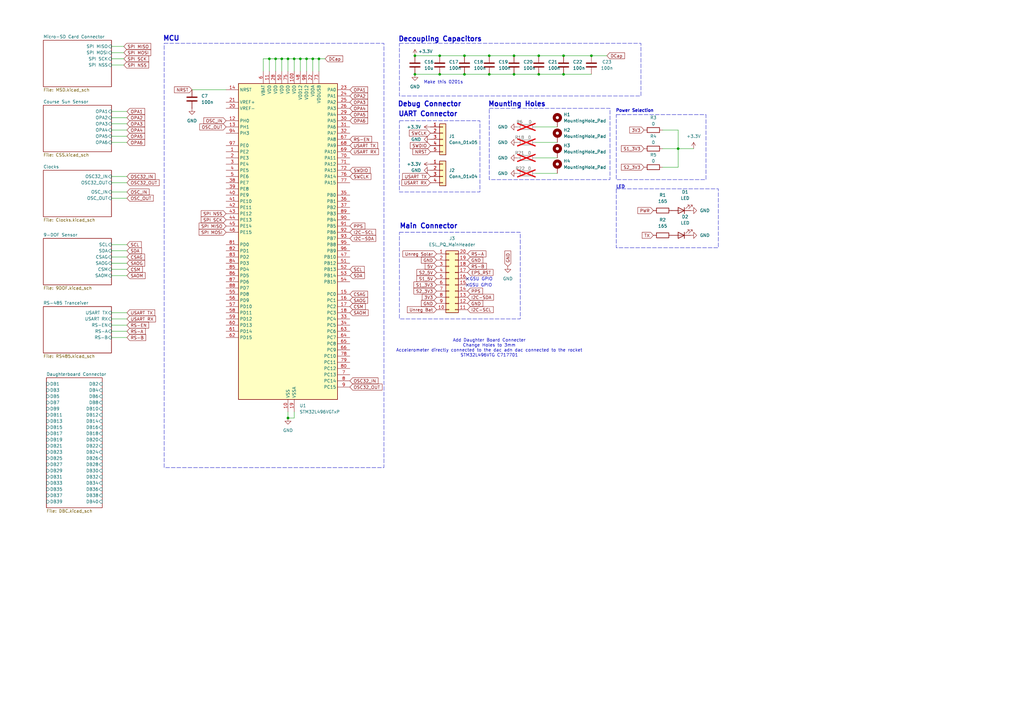
<source format=kicad_sch>
(kicad_sch (version 20231120) (generator "eeschema") (generator_version "8.0")
  (paper "A3")
  (title_block (title "ADCS OBC") (date "2024-04-18") (rev "V1") (comment 1 "22619291") (comment 2 "DP Theron"))
  (lib_symbols
    (symbol "+3.3V_1" (power) (pin_numbers hide) (pin_names (offset 0) hide)
      (property "Value" "+3.3V" (at 0 3.556 0))
      (symbol "+3.3V_1_0_1"
        (polyline (pts (xy -0.762 1.27) (xy 0 2.54)))
        (polyline (pts (xy 0 0) (xy 0 2.54)))
        (polyline (pts (xy 0 2.54) (xy 0.762 1.27)))
      )
      (symbol "+3.3V_1_1_1"
        (pin power_in line (at 0 0 90) (length 0) (name "~") (number "1"))
      )
    )
    (symbol "Connector_Generic:Conn_01x04" (pin_names (offset 1.016) hide)
      (property "Reference" "J" (at 0 5.08 0))
      (property "Value" "Conn_01x04" (at 0 -7.62 0))
      (symbol "Conn_01x04_1_1"
        (rectangle (start -1.27 -4.953) (end 0 -5.207) (stroke (width 0.1524)))
        (rectangle (start -1.27 -2.413) (end 0 -2.667) (stroke (width 0.1524)))
        (rectangle (start -1.27 0.127) (end 0 -0.127) (stroke (width 0.1524)))
        (rectangle (start -1.27 2.667) (end 0 2.413) (stroke (width 0.1524)))
        (rectangle (start -1.27 3.81) (end 1.27 -6.35) (stroke (width 0.254)) (fill (type background)))
        (pin passive line (at -5.08 2.54 0) (length 3.81) (name "Pin_1") (number "1"))
        (pin passive line (at -5.08 0 0) (length 3.81) (name "Pin_2") (number "2"))
        (pin passive line (at -5.08 -2.54 0) (length 3.81) (name "Pin_3") (number "3"))
        (pin passive line (at -5.08 -5.08 0) (length 3.81) (name "Pin_4") (number "4"))
      )
    )
    (symbol "Connector_Generic:Conn_01x05" (pin_names (offset 1.016) hide)
      (property "Reference" "J" (at 0 7.62 0))
      (property "Value" "Conn_01x05" (at 0 -7.62 0))
      (symbol "Conn_01x05_1_1"
        (rectangle (start -1.27 -4.953) (end 0 -5.207) (stroke (width 0.1524)))
        (rectangle (start -1.27 -2.413) (end 0 -2.667) (stroke (width 0.1524)))
        (rectangle (start -1.27 0.127) (end 0 -0.127) (stroke (width 0.1524)))
        (rectangle (start -1.27 2.667) (end 0 2.413) (stroke (width 0.1524)))
        (rectangle (start -1.27 5.207) (end 0 4.953) (stroke (width 0.1524)))
        (rectangle (start -1.27 6.35) (end 1.27 -6.35) (stroke (width 0.254)) (fill (type background)))
        (pin passive line (at -5.08 5.08 0) (length 3.81) (name "Pin_1") (number "1"))
        (pin passive line (at -5.08 2.54 0) (length 3.81) (name "Pin_2") (number "2"))
        (pin passive line (at -5.08 0 0) (length 3.81) (name "Pin_3") (number "3"))
        (pin passive line (at -5.08 -2.54 0) (length 3.81) (name "Pin_4") (number "4"))
        (pin passive line (at -5.08 -5.08 0) (length 3.81) (name "Pin_5") (number "5"))
      )
    )
    (symbol "Device:C" (pin_numbers hide) (pin_names (offset 0.254))
      (property "Reference" "C" (at 0.635 2.54 0))
      (property "Value" "C" (at 0.635 -2.54 0))
      (symbol "C_0_1"
        (polyline (pts (xy -2.032 -0.762) (xy 2.032 -0.762)) (stroke (width 0.508)))
        (polyline (pts (xy -2.032 0.762) (xy 2.032 0.762)) (stroke (width 0.508)))
      )
      (symbol "C_1_1"
        (pin passive line (at 0 3.81 270) (length 2.794) (name "~") (number "1"))
        (pin passive line (at 0 -3.81 90) (length 2.794) (name "~") (number "2"))
      )
    )
    (symbol "Device:LED" (pin_numbers hide) (pin_names (offset 1.016) hide)
      (property "Reference" "D" (at 0 2.54 0))
      (property "Value" "LED" (at 0 -2.54 0))
      (symbol "LED_0_1"
        (polyline (pts (xy -1.27 -1.27) (xy -1.27 1.27)) (stroke (width 0.254)))
        (polyline (pts (xy -1.27 0) (xy 1.27 0)))
        (polyline (pts (xy 1.27 -1.27) (xy 1.27 1.27) (xy -1.27 0) (xy 1.27 -1.27)) (stroke (width 0.254)))
        (polyline (pts (xy -3.048 -0.762) (xy -4.572 -2.286) (xy -3.81 -2.286) (xy -4.572 -2.286) (xy -4.572 -1.524)))
        (polyline (pts (xy -1.778 -0.762) (xy -3.302 -2.286) (xy -2.54 -2.286) (xy -3.302 -2.286) (xy -3.302 -1.524)))
      )
      (symbol "LED_1_1"
        (pin passive line (at -3.81 0 0) (length 2.54) (name "K") (number "1"))
        (pin passive line (at 3.81 0 180) (length 2.54) (name "A") (number "2"))
      )
    )
    (symbol "Device:R" (pin_numbers hide) (pin_names (offset 0))
      (property "Reference" "R" (at 2.032 0 90))
      (property "Value" "R" (at 0 0 90))
      (symbol "R_0_1"
        (rectangle (start -1.016 -2.54) (end 1.016 2.54) (stroke (width 0.254)))
      )
      (symbol "R_1_1"
        (pin passive line (at 0 3.81 270) (length 1.27) (name "~") (number "1"))
        (pin passive line (at 0 -3.81 90) (length 1.27) (name "~") (number "2"))
      )
    )
    (symbol "ESL_PQ:Conn_02x10_Counter_Clockwise" (pin_names (offset 1.016) hide)
      (property "Reference" "J" (at 1.27 12.7 0))
      (property "Value" "Conn_02x10_Counter_Clockwise" (at 1.27 -15.24 0))
      (symbol "Conn_02x10_Counter_Clockwise_1_1"
        (rectangle (start -1.27 -12.573) (end 0 -12.827) (stroke (width 0.1524)))
        (rectangle (start -1.27 -10.033) (end 0 -10.287) (stroke (width 0.1524)))
        (rectangle (start -1.27 -7.493) (end 0 -7.747) (stroke (width 0.1524)))
        (rectangle (start -1.27 -4.953) (end 0 -5.207) (stroke (width 0.1524)))
        (rectangle (start -1.27 -2.413) (end 0 -2.667) (stroke (width 0.1524)))
        (rectangle (start -1.27 0.127) (end 0 -0.127) (stroke (width 0.1524)))
        (rectangle (start -1.27 2.667) (end 0 2.413) (stroke (width 0.1524)))
        (rectangle (start -1.27 5.207) (end 0 4.953) (stroke (width 0.1524)))
        (rectangle (start -1.27 7.747) (end 0 7.493) (stroke (width 0.1524)))
        (rectangle (start -1.27 10.287) (end 0 10.033) (stroke (width 0.1524)))
        (rectangle (start -1.27 11.43) (end 3.81 -13.97) (stroke (width 0.254)) (fill (type background)))
        (rectangle (start 3.81 -12.573) (end 2.54 -12.827) (stroke (width 0.1524)))
        (rectangle (start 3.81 -10.033) (end 2.54 -10.287) (stroke (width 0.1524)))
        (rectangle (start 3.81 -7.493) (end 2.54 -7.747) (stroke (width 0.1524)))
        (rectangle (start 3.81 -4.953) (end 2.54 -5.207) (stroke (width 0.1524)))
        (rectangle (start 3.81 -2.413) (end 2.54 -2.667) (stroke (width 0.1524)))
        (rectangle (start 3.81 0.127) (end 2.54 -0.127) (stroke (width 0.1524)))
        (rectangle (start 3.81 2.667) (end 2.54 2.413) (stroke (width 0.1524)))
        (rectangle (start 3.81 5.207) (end 2.54 4.953) (stroke (width 0.1524)))
        (rectangle (start 3.81 7.747) (end 2.54 7.493) (stroke (width 0.1524)))
        (rectangle (start 3.81 10.287) (end 2.54 10.033) (stroke (width 0.1524)))
        (pin passive line (at -5.08 10.16 0) (length 3.81) (name "Pin_1") (number "1"))
        (pin passive line (at -5.08 -12.7 0) (length 3.81) (name "Pin_10") (number "10"))
        (pin passive line (at 7.62 -12.7 180) (length 3.81) (name "Pin_11") (number "11"))
        (pin passive line (at 7.62 -10.16 180) (length 3.81) (name "Pin_12") (number "12"))
        (pin passive line (at 7.62 -7.62 180) (length 3.81) (name "Pin_13") (number "13"))
        (pin passive line (at 7.62 -5.08 180) (length 3.81) (name "Pin_14") (number "14"))
        (pin passive line (at 7.62 -2.54 180) (length 3.81) (name "Pin_15") (number "15"))
        (pin passive line (at 7.62 0 180) (length 3.81) (name "Pin_16") (number "16"))
        (pin passive line (at 7.62 2.54 180) (length 3.81) (name "Pin_17") (number "17"))
        (pin passive line (at 7.62 5.08 180) (length 3.81) (name "Pin_18") (number "18"))
        (pin passive line (at 7.62 7.62 180) (length 3.81) (name "Pin_19") (number "19"))
        (pin passive line (at -5.08 7.62 0) (length 3.81) (name "Pin_2") (number "2"))
        (pin passive line (at 7.62 10.16 180) (length 3.81) (name "Pin_20") (number "20"))
        (pin passive line (at -5.08 5.08 0) (length 3.81) (name "Pin_3") (number "3"))
        (pin passive line (at -5.08 2.54 0) (length 3.81) (name "Pin_4") (number "4"))
        (pin passive line (at -5.08 0 0) (length 3.81) (name "Pin_5") (number "5"))
        (pin passive line (at -5.08 -2.54 0) (length 3.81) (name "Pin_6") (number "6"))
        (pin passive line (at -5.08 -5.08 0) (length 3.81) (name "Pin_7") (number "7"))
        (pin passive line (at -5.08 -7.62 0) (length 3.81) (name "Pin_8") (number "8"))
        (pin passive line (at -5.08 -10.16 0) (length 3.81) (name "Pin_9") (number "9"))
      )
    )
    (symbol "GND_1" (power) (pin_numbers hide) (pin_names (offset 0) hide)
      (property "Value" "GND" (at 0 -3.81 0))
      (symbol "GND_1_0_1"
        (polyline (pts (xy 0 0) (xy 0 -1.27) (xy 1.27 -1.27) (xy 0 -2.54) (xy -1.27 -1.27) (xy 0 -1.27)))
      )
      (symbol "GND_1_1_1"
        (pin power_in line (at 0 0 270) (length 0) (name "~") (number "1"))
      )
    )
    (symbol "GND_2" (power) (pin_numbers hide) (pin_names (offset 0) hide)
      (property "Value" "GND" (at 0 -3.81 0))
      (symbol "GND_2_0_1"
        (polyline (pts (xy 0 0) (xy 0 -1.27) (xy 1.27 -1.27) (xy 0 -2.54) (xy -1.27 -1.27) (xy 0 -1.27)))
      )
      (symbol "GND_2_1_1"
        (pin power_in line (at 0 0 270) (length 0) (name "~") (number "1"))
      )
    )
    (symbol "MCU_ST_STM32L4:STM32L496VGTxP"
      (property "Reference" "U" (at -20.32 67.31 0))
      (property "Value" "STM32L496VGTxP" (at 15.24 67.31 0))
      (symbol "STM32L496VGTxP_0_1"
        (rectangle (start -20.32 -63.5) (end 20.32 66.04) (stroke (width 0.254)) (fill (type background)))
      )
      (symbol "STM32L496VGTxP_1_1"
        (pin bidirectional line (at -25.4 38.1 0) (length 5.08) (name "PE2") (number "1"))
        (pin power_in line (at 0 -68.58 90) (length 5.08) (name "VSS") (number "10"))
        (pin power_in line (at 2.54 71.12 270) (length 5.08) (name "VDD") (number "100"))
        (pin power_in line (at -7.62 71.12 270) (length 5.08) (name "VDD") (number "11"))
        (pin bidirectional line (at -25.4 50.8 0) (length 5.08) (name "PH0") (number "12"))
        (pin bidirectional line (at -25.4 48.26 0) (length 5.08) (name "PH1") (number "13"))
        (pin input line (at -25.4 63.5 0) (length 5.08) (name "NRST") (number "14"))
        (pin bidirectional line (at 25.4 -20.32 180) (length 5.08) (name "PC0") (number "15"))
        (pin bidirectional line (at 25.4 -22.86 180) (length 5.08) (name "PC1") (number "16"))
        (pin bidirectional line (at 25.4 -25.4 180) (length 5.08) (name "PC2") (number "17"))
        (pin bidirectional line (at 25.4 -27.94 180) (length 5.08) (name "PC3") (number "18"))
        (pin power_in line (at 2.54 -68.58 90) (length 5.08) (name "VSSA") (number "19"))
        (pin bidirectional line (at -25.4 35.56 0) (length 5.08) (name "PE3") (number "2"))
        (pin input line (at -25.4 55.88 0) (length 5.08) (name "VREF-") (number "20"))
        (pin input line (at -25.4 58.42 0) (length 5.08) (name "VREF+") (number "21"))
        (pin power_in line (at 10.16 71.12 270) (length 5.08) (name "VDDA") (number "22"))
        (pin bidirectional line (at 25.4 63.5 180) (length 5.08) (name "PA0") (number "23"))
        (pin bidirectional line (at 25.4 60.96 180) (length 5.08) (name "PA1") (number "24"))
        (pin bidirectional line (at 25.4 58.42 180) (length 5.08) (name "PA2") (number "25"))
        (pin bidirectional line (at 25.4 55.88 180) (length 5.08) (name "PA3") (number "26"))
        (pin passive line (at 0 -68.58 90) (length 5.08) hide (name "VSS") (number "27"))
        (pin power_in line (at -5.08 71.12 270) (length 5.08) (name "VDD") (number "28"))
        (pin bidirectional line (at 25.4 53.34 180) (length 5.08) (name "PA4") (number "29"))
        (pin bidirectional line (at -25.4 33.02 0) (length 5.08) (name "PE4") (number "3"))
        (pin bidirectional line (at 25.4 50.8 180) (length 5.08) (name "PA5") (number "30"))
        (pin bidirectional line (at 25.4 48.26 180) (length 5.08) (name "PA6") (number "31"))
        (pin bidirectional line (at 25.4 45.72 180) (length 5.08) (name "PA7") (number "32"))
        (pin bidirectional line (at 25.4 -30.48 180) (length 5.08) (name "PC4") (number "33"))
        (pin bidirectional line (at 25.4 -33.02 180) (length 5.08) (name "PC5") (number "34"))
        (pin bidirectional line (at 25.4 20.32 180) (length 5.08) (name "PB0") (number "35"))
        (pin bidirectional line (at 25.4 17.78 180) (length 5.08) (name "PB1") (number "36"))
        (pin bidirectional line (at 25.4 15.24 180) (length 5.08) (name "PB2") (number "37"))
        (pin bidirectional line (at -25.4 25.4 0) (length 5.08) (name "PE7") (number "38"))
        (pin bidirectional line (at -25.4 22.86 0) (length 5.08) (name "PE8") (number "39"))
        (pin bidirectional line (at -25.4 30.48 0) (length 5.08) (name "PE5") (number "4"))
        (pin bidirectional line (at -25.4 20.32 0) (length 5.08) (name "PE9") (number "40"))
        (pin bidirectional line (at -25.4 17.78 0) (length 5.08) (name "PE10") (number "41"))
        (pin bidirectional line (at -25.4 15.24 0) (length 5.08) (name "PE11") (number "42"))
        (pin bidirectional line (at -25.4 12.7 0) (length 5.08) (name "PE12") (number "43"))
        (pin bidirectional line (at -25.4 10.16 0) (length 5.08) (name "PE13") (number "44"))
        (pin bidirectional line (at -25.4 7.62 0) (length 5.08) (name "PE14") (number "45"))
        (pin bidirectional line (at -25.4 5.08 0) (length 5.08) (name "PE15") (number "46"))
        (pin bidirectional line (at 25.4 -5.08 180) (length 5.08) (name "PB10") (number "47"))
        (pin power_in line (at 5.08 71.12 270) (length 5.08) (name "VDD12") (number "48"))
        (pin passive line (at 0 -68.58 90) (length 5.08) hide (name "VSS") (number "49"))
        (pin bidirectional line (at -25.4 27.94 0) (length 5.08) (name "PE6") (number "5"))
        (pin power_in line (at -2.54 71.12 270) (length 5.08) (name "VDD") (number "50"))
        (pin bidirectional line (at 25.4 -7.62 180) (length 5.08) (name "PB12") (number "51"))
        (pin bidirectional line (at 25.4 -10.16 180) (length 5.08) (name "PB13") (number "52"))
        (pin bidirectional line (at 25.4 -12.7 180) (length 5.08) (name "PB14") (number "53"))
        (pin bidirectional line (at 25.4 -15.24 180) (length 5.08) (name "PB15") (number "54"))
        (pin bidirectional line (at -25.4 -20.32 0) (length 5.08) (name "PD8") (number "55"))
        (pin bidirectional line (at -25.4 -22.86 0) (length 5.08) (name "PD9") (number "56"))
        (pin bidirectional line (at -25.4 -25.4 0) (length 5.08) (name "PD10") (number "57"))
        (pin bidirectional line (at -25.4 -27.94 0) (length 5.08) (name "PD11") (number "58"))
        (pin bidirectional line (at -25.4 -30.48 0) (length 5.08) (name "PD12") (number "59"))
        (pin power_in line (at -10.16 71.12 270) (length 5.08) (name "VBAT") (number "6"))
        (pin bidirectional line (at -25.4 -33.02 0) (length 5.08) (name "PD13") (number "60"))
        (pin bidirectional line (at -25.4 -35.56 0) (length 5.08) (name "PD14") (number "61"))
        (pin bidirectional line (at -25.4 -38.1 0) (length 5.08) (name "PD15") (number "62"))
        (pin bidirectional line (at 25.4 -35.56 180) (length 5.08) (name "PC6") (number "63"))
        (pin bidirectional line (at 25.4 -38.1 180) (length 5.08) (name "PC7") (number "64"))
        (pin bidirectional line (at 25.4 -40.64 180) (length 5.08) (name "PC8") (number "65"))
        (pin bidirectional line (at 25.4 -43.18 180) (length 5.08) (name "PC9") (number "66"))
        (pin bidirectional line (at 25.4 43.18 180) (length 5.08) (name "PA8") (number "67"))
        (pin bidirectional line (at 25.4 40.64 180) (length 5.08) (name "PA9") (number "68"))
        (pin bidirectional line (at 25.4 38.1 180) (length 5.08) (name "PA10") (number "69"))
        (pin bidirectional line (at 25.4 -53.34 180) (length 5.08) (name "PC13") (number "7"))
        (pin bidirectional line (at 25.4 35.56 180) (length 5.08) (name "PA11") (number "70"))
        (pin bidirectional line (at 25.4 33.02 180) (length 5.08) (name "PA12") (number "71"))
        (pin bidirectional line (at 25.4 30.48 180) (length 5.08) (name "PA13") (number "72"))
        (pin power_in line (at 12.7 71.12 270) (length 5.08) (name "VDDUSB") (number "73"))
        (pin passive line (at 0 -68.58 90) (length 5.08) hide (name "VSS") (number "74"))
        (pin power_in line (at 0 71.12 270) (length 5.08) (name "VDD") (number "75"))
        (pin bidirectional line (at 25.4 27.94 180) (length 5.08) (name "PA14") (number "76"))
        (pin bidirectional line (at 25.4 25.4 180) (length 5.08) (name "PA15") (number "77"))
        (pin bidirectional line (at 25.4 -45.72 180) (length 5.08) (name "PC10") (number "78"))
        (pin bidirectional line (at 25.4 -48.26 180) (length 5.08) (name "PC11") (number "79"))
        (pin bidirectional line (at 25.4 -55.88 180) (length 5.08) (name "PC14") (number "8"))
        (pin bidirectional line (at 25.4 -50.8 180) (length 5.08) (name "PC12") (number "80"))
        (pin bidirectional line (at -25.4 0 0) (length 5.08) (name "PD0") (number "81"))
        (pin bidirectional line (at -25.4 -2.54 0) (length 5.08) (name "PD1") (number "82"))
        (pin bidirectional line (at -25.4 -5.08 0) (length 5.08) (name "PD2") (number "83"))
        (pin bidirectional line (at -25.4 -7.62 0) (length 5.08) (name "PD3") (number "84"))
        (pin bidirectional line (at -25.4 -10.16 0) (length 5.08) (name "PD4") (number "85"))
        (pin bidirectional line (at -25.4 -12.7 0) (length 5.08) (name "PD5") (number "86"))
        (pin bidirectional line (at -25.4 -15.24 0) (length 5.08) (name "PD6") (number "87"))
        (pin bidirectional line (at -25.4 -17.78 0) (length 5.08) (name "PD7") (number "88"))
        (pin bidirectional line (at 25.4 12.7 180) (length 5.08) (name "PB3") (number "89"))
        (pin bidirectional line (at 25.4 -58.42 180) (length 5.08) (name "PC15") (number "9"))
        (pin bidirectional line (at 25.4 10.16 180) (length 5.08) (name "PB4") (number "90"))
        (pin bidirectional line (at 25.4 7.62 180) (length 5.08) (name "PB5") (number "91"))
        (pin bidirectional line (at 25.4 5.08 180) (length 5.08) (name "PB6") (number "92"))
        (pin bidirectional line (at 25.4 2.54 180) (length 5.08) (name "PB7") (number "93"))
        (pin bidirectional line (at -25.4 45.72 0) (length 5.08) (name "PH3") (number "94"))
        (pin bidirectional line (at 25.4 0 180) (length 5.08) (name "PB8") (number "95"))
        (pin bidirectional line (at 25.4 -2.54 180) (length 5.08) (name "PB9") (number "96"))
        (pin bidirectional line (at -25.4 40.64 0) (length 5.08) (name "PE0") (number "97"))
        (pin power_in line (at 7.62 71.12 270) (length 5.08) (name "VDD12") (number "98"))
        (pin passive line (at 0 -68.58 90) (length 5.08) hide (name "VSS") (number "99"))
      )
    )
    (symbol "Mechanical:MountingHole_Pad" (pin_numbers hide) (pin_names (offset 1.016) hide) (exclude_from_sim yes) (in_bom no)
      (property "Reference" "H" (at 0 6.35 0))
      (property "Value" "MountingHole_Pad" (at 0 4.445 0))
      (symbol "MountingHole_Pad_0_1"
        (circle (center 0 1.27) (radius 1.27) (stroke (width 1.27)))
      )
      (symbol "MountingHole_Pad_1_1"
        (pin input line (at 0 -2.54 90) (length 2.54) (name "1") (number "1"))
      )
    )
    (symbol "power:+3.3V" (power) (pin_names (offset 0))
      (property "Value" "+3.3V" (at 0 3.556 0))
      (symbol "+3.3V_0_1"
        (polyline (pts (xy -0.762 1.27) (xy 0 2.54)))
        (polyline (pts (xy 0 0) (xy 0 2.54)))
        (polyline (pts (xy 0 2.54) (xy 0.762 1.27)))
      )
      (symbol "+3.3V_1_1"
        (pin power_in line (at 0 0 90) (length 0) hide (name "+3.3V") (number "1"))
      )
    )
    (symbol "power:GND" (power) (pin_names (offset 0))
      (property "Value" "GND" (at 0 -3.81 0))
      (symbol "GND_0_1"
        (polyline (pts (xy 0 0) (xy 0 -1.27) (xy 1.27 -1.27) (xy 0 -2.54) (xy -1.27 -1.27) (xy 0 -1.27)))
      )
      (symbol "GND_1_1"
        (pin power_in line (at 0 0 270) (length 0) hide (name "GND") (number "1"))
      )
    )
  )
  (junction (at 242.57 22.86))
  (junction (at 180.34 22.86))
  (junction (at 180.34 30.48))
  (junction (at 231.14 30.48))
  (junction (at 220.98 22.86))
  (junction (at 115.57 24.13))
  (junction (at 210.82 22.86))
  (junction (at 190.5 30.48))
  (junction (at 190.5 22.86))
  (junction (at 170.18 30.48))
  (junction (at 220.98 30.48))
  (junction (at 128.27 24.13))
  (junction (at 200.66 30.48))
  (junction (at 210.82 30.48))
  (junction (at 118.11 171.45))
  (junction (at 130.81 24.13))
  (junction (at 123.19 24.13))
  (junction (at 200.66 22.86))
  (junction (at 125.73 24.13))
  (junction (at 113.03 24.13))
  (junction (at 120.65 24.13))
  (junction (at 278.13 60.96))
  (junction (at 231.14 22.86))
  (junction (at 110.49 24.13))
  (junction (at 170.18 22.86))
  (junction (at 118.11 24.13))
  (no_connect (at 191.77 116.84))
  (no_connect (at 191.77 114.3))
  (wire (pts (xy 190.5 30.48) (xy 200.66 30.48)))
  (wire (pts (xy 110.49 24.13) (xy 110.49 29.21)))
  (wire (pts (xy 170.18 22.86) (xy 180.34 22.86)))
  (wire (pts (xy 115.57 24.13) (xy 115.57 29.21)))
  (wire (pts (xy 45.72 113.03) (xy 52.07 113.03)))
  (wire (pts (xy 219.71 64.77) (xy 228.6 64.77)))
  (wire (pts (xy 120.65 24.13) (xy 123.19 24.13)))
  (wire (pts (xy 45.72 130.81) (xy 52.07 130.81)))
  (wire (pts (xy 45.72 48.26) (xy 52.07 48.26)))
  (wire (pts (xy 219.71 52.07) (xy 228.6 52.07)))
  (wire (pts (xy 123.19 24.13) (xy 125.73 24.13)))
  (wire (pts (xy 78.74 36.83) (xy 92.71 36.83)))
  (wire (pts (xy 278.13 53.34) (xy 278.13 60.96)))
  (wire (pts (xy 110.49 24.13) (xy 107.95 24.13)))
  (wire (pts (xy 45.72 74.93) (xy 52.07 74.93)))
  (wire (pts (xy 220.98 30.48) (xy 231.14 30.48)))
  (wire (pts (xy 45.72 55.88) (xy 52.07 55.88)))
  (wire (pts (xy 118.11 168.91) (xy 118.11 171.45)))
  (wire (pts (xy 128.27 29.21) (xy 128.27 24.13)))
  (wire (pts (xy 120.65 24.13) (xy 118.11 24.13)))
  (wire (pts (xy 120.65 24.13) (xy 120.65 29.21)))
  (wire (pts (xy 45.72 128.27) (xy 52.07 128.27)))
  (wire (pts (xy 210.82 30.48) (xy 220.98 30.48)))
  (wire (pts (xy 45.72 24.13) (xy 50.8 24.13)))
  (wire (pts (xy 200.66 30.48) (xy 210.82 30.48)))
  (wire (pts (xy 45.72 133.35) (xy 52.07 133.35)))
  (wire (pts (xy 130.81 24.13) (xy 130.81 29.21)))
  (wire (pts (xy 45.72 107.95) (xy 52.07 107.95)))
  (wire (pts (xy 200.66 22.86) (xy 210.82 22.86)))
  (wire (pts (xy 45.72 78.74) (xy 52.07 78.74)))
  (wire (pts (xy 118.11 171.45) (xy 120.65 171.45)))
  (wire (pts (xy 219.71 71.12) (xy 228.6 71.12)))
  (wire (pts (xy 45.72 102.87) (xy 52.07 102.87)))
  (wire (pts (xy 45.72 53.34) (xy 52.07 53.34)))
  (wire (pts (xy 107.95 24.13) (xy 107.95 29.21)))
  (wire (pts (xy 45.72 110.49) (xy 52.07 110.49)))
  (wire (pts (xy 45.72 50.8) (xy 52.07 50.8)))
  (wire (pts (xy 125.73 24.13) (xy 128.27 24.13)))
  (wire (pts (xy 45.72 72.39) (xy 52.07 72.39)))
  (wire (pts (xy 278.13 68.58) (xy 271.78 68.58)))
  (wire (pts (xy 45.72 58.42) (xy 52.07 58.42)))
  (wire (pts (xy 231.14 22.86) (xy 242.57 22.86)))
  (wire (pts (xy 45.72 100.33) (xy 52.07 100.33)))
  (wire (pts (xy 45.72 135.89) (xy 52.07 135.89)))
  (wire (pts (xy 110.49 24.13) (xy 113.03 24.13)))
  (wire (pts (xy 130.81 24.13) (xy 133.35 24.13)))
  (wire (pts (xy 231.14 30.48) (xy 242.57 30.48)))
  (wire (pts (xy 271.78 60.96) (xy 278.13 60.96)))
  (wire (pts (xy 120.65 171.45) (xy 120.65 168.91)))
  (wire (pts (xy 210.82 22.86) (xy 220.98 22.86)))
  (wire (pts (xy 284.48 60.96) (xy 278.13 60.96)))
  (wire (pts (xy 45.72 105.41) (xy 52.07 105.41)))
  (wire (pts (xy 45.72 45.72) (xy 52.07 45.72)))
  (wire (pts (xy 45.72 138.43) (xy 52.07 138.43)))
  (wire (pts (xy 180.34 30.48) (xy 190.5 30.48)))
  (wire (pts (xy 190.5 22.86) (xy 200.66 22.86)))
  (wire (pts (xy 128.27 24.13) (xy 130.81 24.13)))
  (wire (pts (xy 219.71 58.42) (xy 228.6 58.42)))
  (wire (pts (xy 271.78 53.34) (xy 278.13 53.34)))
  (wire (pts (xy 125.73 24.13) (xy 125.73 29.21)))
  (wire (pts (xy 45.72 26.67) (xy 50.8 26.67)))
  (wire (pts (xy 220.98 22.86) (xy 231.14 22.86)))
  (wire (pts (xy 45.72 81.28) (xy 52.07 81.28)))
  (wire (pts (xy 118.11 24.13) (xy 118.11 29.21)))
  (wire (pts (xy 123.19 29.21) (xy 123.19 24.13)))
  (wire (pts (xy 45.72 21.59) (xy 50.8 21.59)))
  (wire (pts (xy 113.03 24.13) (xy 115.57 24.13)))
  (wire (pts (xy 180.34 22.86) (xy 190.5 22.86)))
  (wire (pts (xy 113.03 24.13) (xy 113.03 29.21)))
  (wire (pts (xy 242.57 22.86) (xy 248.92 22.86)))
  (wire (pts (xy 118.11 24.13) (xy 115.57 24.13)))
  (wire (pts (xy 170.18 30.48) (xy 180.34 30.48)))
  (wire (pts (xy 45.72 19.05) (xy 50.8 19.05)))
  (wire (pts (xy 278.13 60.96) (xy 278.13 68.58)))
  (rectangle (start 200.66 44.45) (end 250.19 73.66) (stroke (width 0) (type dash)))
  (rectangle (start 163.83 95.25) (end 213.36 130.81) (stroke (width 0) (type dash)))
  (rectangle (start 163.83 49.53) (end 196.85 78.74) (stroke (width 0) (type dash)))
  (rectangle (start 67.31 17.78) (end 157.48 191.77) (stroke (width 0) (type dash)))
  (rectangle (start 163.83 17.78) (end 262.89 39.37) (stroke (width 0) (type dash)))
  (rectangle (start 252.73 77.47) (end 294.64 101.6) (stroke (width 0) (type dash)))
  (rectangle (start 252.73 46.99) (end 289.56 73.66) (stroke (width 0) (type dash)))
  (text "GSU GPIO" (at 197.104 117.094 0) (effects (font (size 1.27 1.27))))
  (text "Power Selection" (at 260.35 45.466 0) (effects (font (size 1.27 1.27) (thickness 0.254) (bold yes))))
  (text "UART Connector" (at 163.322 48.006 0) (effects (font (size 2 2) (thickness 0.4) (bold yes)) (justify left bottom)))
  (text "LED" (at 254.508 76.708 0) (effects (font (size 1.27 1.27) (thickness 0.254) (bold yes))))
  (text "Decoupling Capacitors" (at 163.322 17.272 0) (effects (font (size 2 2) (bold yes)) (justify left bottom)))
  (text "Mounting Holes" (at 200.152 43.942 0) (effects (font (size 2 2) (thickness 0.4) (bold yes)) (justify left bottom)))
  (text "Debug Connector" (at 163.068 43.942 0) (effects (font (size 2 2) (thickness 0.4) (bold yes)) (justify left bottom)))
  (text "Add Daughter Board Connecter\nChange Holes to 3mm\nAccelerometer directly connected to the dac adn dac connected to the rocket\nSTM32L496VTG C717701" (at 200.66 142.748 0) (effects (font (size 1.27 1.27))))
  (text "Main Connector" (at 163.83 93.98 0) (effects (font (size 2 2) (thickness 0.4) (bold yes)) (justify left bottom)))
  (text "GSU GPIO" (at 197.358 114.554 0) (effects (font (size 1.27 1.27))))
  (text "MCU" (at 66.802 17.018 0) (effects (font (size 2 2) (bold yes)) (justify left bottom)))
  (text "Make this 0201s" (at 181.864 33.782 0) (effects (font (size 1.27 1.27))))
  (global_label "USART RX" (shape input) (at 52.07 130.81 0) (property "Intersheetrefs" "${INTERSHEET_REFS}" (effects (hide yes))))
  (global_label "OSC32_OUT" (shape input) (at 52.07 74.93 0) (property "Intersheetrefs" "${INTERSHEET_REFS}" (effects (hide yes))))
  (global_label "SWDIO" (shape input) (at 176.53 59.69 180) (property "Intersheetrefs" "${INTERSHEET_REFS}" (effects (hide yes))))
  (global_label "RS-B" (shape input) (at 52.07 138.43 0) (property "Intersheetrefs" "${INTERSHEET_REFS}" (effects (hide yes))))
  (global_label "SPI NSS" (shape input) (at 92.71 87.63 180) (property "Intersheetrefs" "${INTERSHEET_REFS}" (effects (hide yes))))
  (global_label "RS-A" (shape input) (at 52.07 135.89 0) (property "Intersheetrefs" "${INTERSHEET_REFS}" (effects (hide yes))))
  (global_label "PPS" (shape input) (at 143.51 92.71 0) (property "Intersheetrefs" "${INTERSHEET_REFS}" (effects (hide yes))))
  (global_label "SPI MISO" (shape input) (at 92.71 92.71 180) (property "Intersheetrefs" "${INTERSHEET_REFS}" (effects (hide yes))))
  (global_label "SPI MOSI" (shape input) (at 50.8 21.59 0) (property "Intersheetrefs" "${INTERSHEET_REFS}" (effects (hide yes))))
  (global_label "S1_5V" (shape input) (at 179.07 114.3 180) (property "Intersheetrefs" "${INTERSHEET_REFS}" (effects (hide yes))))
  (global_label "GND" (shape input) (at 191.77 124.46 0) (property "Intersheetrefs" "${INTERSHEET_REFS}" (effects (hide yes))))
  (global_label "3V3" (shape input) (at 264.16 53.34 180) (property "Intersheetrefs" "${INTERSHEET_REFS}" (effects (hide yes))))
  (global_label "OPA4" (shape input) (at 52.07 53.34 0) (property "Intersheetrefs" "${INTERSHEET_REFS}" (effects (hide yes))))
  (global_label "USART TX" (shape input) (at 176.53 72.39 180) (property "Intersheetrefs" "${INTERSHEET_REFS}" (effects (hide yes))))
  (global_label "SPI NSS" (shape input) (at 50.8 26.67 0) (property "Intersheetrefs" "${INTERSHEET_REFS}" (effects (hide yes))))
  (global_label "SPI MOSI" (shape input) (at 92.71 95.25 180) (property "Intersheetrefs" "${INTERSHEET_REFS}" (effects (hide yes))))
  (global_label "SDA" (shape input) (at 143.51 113.03 0) (property "Intersheetrefs" "${INTERSHEET_REFS}" (effects (hide yes))))
  (global_label "CSM" (shape input) (at 52.07 110.49 0) (property "Intersheetrefs" "${INTERSHEET_REFS}" (effects (hide yes))))
  (global_label "S2_3V3" (shape input) (at 179.07 119.38 180) (property "Intersheetrefs" "${INTERSHEET_REFS}" (effects (hide yes))))
  (global_label "SPI MISO" (shape input) (at 50.8 19.05 0) (property "Intersheetrefs" "${INTERSHEET_REFS}" (effects (hide yes))))
  (global_label "OPA2" (shape input) (at 143.51 39.37 0) (property "Intersheetrefs" "${INTERSHEET_REFS}" (effects (hide yes))))
  (global_label "I2C-SCL" (shape input) (at 191.77 127 0) (property "Intersheetrefs" "${INTERSHEET_REFS}" (effects (hide yes))))
  (global_label "SDA" (shape input) (at 52.07 102.87 0) (property "Intersheetrefs" "${INTERSHEET_REFS}" (effects (hide yes))))
  (global_label "SAOG" (shape input) (at 52.07 107.95 0) (property "Intersheetrefs" "${INTERSHEET_REFS}" (effects (hide yes))))
  (global_label "RS-B" (shape input) (at 191.77 109.22 0) (property "Intersheetrefs" "${INTERSHEET_REFS}" (effects (hide yes))))
  (global_label "RS-A" (shape input) (at 191.77 104.14 0) (property "Intersheetrefs" "${INTERSHEET_REFS}" (effects (hide yes))))
  (global_label "NRST" (shape input) (at 176.53 62.23 180) (property "Intersheetrefs" "${INTERSHEET_REFS}" (effects (hide yes))))
  (global_label "SCL" (shape input) (at 143.51 110.49 0) (property "Intersheetrefs" "${INTERSHEET_REFS}" (effects (hide yes))))
  (global_label "OPA5" (shape input) (at 143.51 46.99 0) (property "Intersheetrefs" "${INTERSHEET_REFS}" (effects (hide yes))))
  (global_label "RS-EN" (shape input) (at 143.51 57.15 0) (property "Intersheetrefs" "${INTERSHEET_REFS}" (effects (hide yes))))
  (global_label "SAOM" (shape input) (at 52.07 113.03 0) (property "Intersheetrefs" "${INTERSHEET_REFS}" (effects (hide yes))))
  (global_label "OPA3" (shape input) (at 143.51 41.91 0) (property "Intersheetrefs" "${INTERSHEET_REFS}" (effects (hide yes))))
  (global_label "OPA3" (shape input) (at 52.07 50.8 0) (property "Intersheetrefs" "${INTERSHEET_REFS}" (effects (hide yes))))
  (global_label "OPA2" (shape input) (at 52.07 48.26 0) (property "Intersheetrefs" "${INTERSHEET_REFS}" (effects (hide yes))))
  (global_label "GND" (shape input) (at 191.77 106.68 0) (property "Intersheetrefs" "${INTERSHEET_REFS}" (effects (hide yes))))
  (global_label "RS-EN" (shape input) (at 52.07 133.35 0) (property "Intersheetrefs" "${INTERSHEET_REFS}" (effects (hide yes))))
  (global_label "3V3" (shape input) (at 179.07 121.92 180) (property "Intersheetrefs" "${INTERSHEET_REFS}" (effects (hide yes))))
  (global_label "I2C-SCL" (shape input) (at 143.51 95.25 0) (property "Intersheetrefs" "${INTERSHEET_REFS}" (effects (hide yes))))
  (global_label "PPS" (shape input) (at 191.77 119.38 0) (property "Intersheetrefs" "${INTERSHEET_REFS}" (effects (hide yes))))
  (global_label "I2C-SDA" (shape input) (at 191.77 121.92 0) (property "Intersheetrefs" "${INTERSHEET_REFS}" (effects (hide yes))))
  (global_label "CSAG" (shape input) (at 143.51 120.65 0) (property "Intersheetrefs" "${INTERSHEET_REFS}" (effects (hide yes))))
  (global_label "OSC_IN" (shape input) (at 52.07 78.74 0) (property "Intersheetrefs" "${INTERSHEET_REFS}" (effects (hide yes))))
  (global_label "PWR" (shape input) (at 267.97 86.36 180) (property "Intersheetrefs" "${INTERSHEET_REFS}" (effects (hide yes))))
  (global_label "NRST" (shape input) (at 78.74 36.83 180) (property "Intersheetrefs" "${INTERSHEET_REFS}" (effects (hide yes))))
  (global_label "OPA5" (shape input) (at 52.07 55.88 0) (property "Intersheetrefs" "${INTERSHEET_REFS}" (effects (hide yes))))
  (global_label "CSM" (shape input) (at 143.51 125.73 0) (property "Intersheetrefs" "${INTERSHEET_REFS}" (effects (hide yes))))
  (global_label "SWDIO" (shape input) (at 143.51 69.85 0) (property "Intersheetrefs" "${INTERSHEET_REFS}" (effects (hide yes))))
  (global_label "OPA6" (shape input) (at 52.07 58.42 0) (property "Intersheetrefs" "${INTERSHEET_REFS}" (effects (hide yes))))
  (global_label "SWCLK" (shape input) (at 176.53 54.61 180) (property "Intersheetrefs" "${INTERSHEET_REFS}" (effects (hide yes))))
  (global_label "OSC32_IN" (shape input) (at 52.07 72.39 0) (property "Intersheetrefs" "${INTERSHEET_REFS}" (effects (hide yes))))
  (global_label "TX" (shape input) (at 267.97 96.52 180) (property "Intersheetrefs" "${INTERSHEET_REFS}" (effects (hide yes))))
  (global_label "OPA4" (shape input) (at 143.51 44.45 0) (property "Intersheetrefs" "${INTERSHEET_REFS}" (effects (hide yes))))
  (global_label "SAOG" (shape input) (at 143.51 123.19 0) (property "Intersheetrefs" "${INTERSHEET_REFS}" (effects (hide yes))))
  (global_label "OSC32_OUT" (shape input) (at 143.51 158.75 0) (property "Intersheetrefs" "${INTERSHEET_REFS}" (effects (hide yes))))
  (global_label "SPI SCK" (shape input) (at 92.71 90.17 180) (property "Intersheetrefs" "${INTERSHEET_REFS}" (effects (hide yes))))
  (global_label "USART TX" (shape input) (at 143.51 59.69 0) (property "Intersheetrefs" "${INTERSHEET_REFS}" (effects (hide yes))))
  (global_label "GND" (shape input) (at 179.07 106.68 180) (property "Intersheetrefs" "${INTERSHEET_REFS}" (effects (hide yes))))
  (global_label "OSC_OUT" (shape input) (at 92.71 52.07 180) (property "Intersheetrefs" "${INTERSHEET_REFS}" (effects (hide yes))))
  (global_label "DCap" (shape input) (at 248.92 22.86 0) (property "Intersheetrefs" "${INTERSHEET_REFS}" (effects (hide yes))))
  (global_label "GND" (shape input) (at 179.07 124.46 180) (property "Intersheetrefs" "${INTERSHEET_REFS}" (effects (hide yes))))
  (global_label "CSAG" (shape input) (at 52.07 105.41 0) (property "Intersheetrefs" "${INTERSHEET_REFS}" (effects (hide yes))))
  (global_label "SWCLK" (shape input) (at 143.51 72.39 0) (property "Intersheetrefs" "${INTERSHEET_REFS}" (effects (hide yes))))
  (global_label "OSC32_IN" (shape input) (at 143.51 156.21 0) (property "Intersheetrefs" "${INTERSHEET_REFS}" (effects (hide yes))))
  (global_label "SCL" (shape input) (at 52.07 100.33 0) (property "Intersheetrefs" "${INTERSHEET_REFS}" (effects (hide yes))))
  (global_label "Unreg Solar" (shape input) (at 179.07 104.14 180) (property "Intersheetrefs" "${INTERSHEET_REFS}" (effects (hide yes))))
  (global_label "EPS_RST" (shape input) (at 191.77 111.76 0) (property "Intersheetrefs" "${INTERSHEET_REFS}" (effects (hide yes))))
  (global_label "Unreg Bat" (shape input) (at 179.07 127 180) (property "Intersheetrefs" "${INTERSHEET_REFS}" (effects (hide yes))))
  (global_label "OPA1" (shape input) (at 143.51 36.83 0) (property "Intersheetrefs" "${INTERSHEET_REFS}" (effects (hide yes))))
  (global_label "SAOM" (shape input) (at 143.51 128.27 0) (property "Intersheetrefs" "${INTERSHEET_REFS}" (effects (hide yes))))
  (global_label "5V" (shape input) (at 179.07 109.22 180) (property "Intersheetrefs" "${INTERSHEET_REFS}" (effects (hide yes))))
  (global_label "SPI SCK" (shape input) (at 50.8 24.13 0) (property "Intersheetrefs" "${INTERSHEET_REFS}" (effects (hide yes))))
  (global_label "USART RX" (shape input) (at 176.53 74.93 180) (property "Intersheetrefs" "${INTERSHEET_REFS}" (effects (hide yes))))
  (global_label "USART TX" (shape input) (at 52.07 128.27 0) (property "Intersheetrefs" "${INTERSHEET_REFS}" (effects (hide yes))))
  (global_label "OPA1" (shape input) (at 52.07 45.72 0) (property "Intersheetrefs" "${INTERSHEET_REFS}" (effects (hide yes))))
  (global_label "OSC_IN" (shape input) (at 92.71 49.53 180) (property "Intersheetrefs" "${INTERSHEET_REFS}" (effects (hide yes))))
  (global_label "S2_5V" (shape input) (at 179.07 111.76 180) (property "Intersheetrefs" "${INTERSHEET_REFS}" (effects (hide yes))))
  (global_label "OPA6" (shape input) (at 143.51 49.53 0) (property "Intersheetrefs" "${INTERSHEET_REFS}" (effects (hide yes))))
  (global_label "S1_3V3" (shape input) (at 179.07 116.84 180) (property "Intersheetrefs" "${INTERSHEET_REFS}" (effects (hide yes))))
  (global_label "USART RX" (shape input) (at 143.51 62.23 0) (property "Intersheetrefs" "${INTERSHEET_REFS}" (effects (hide yes))))
  (global_label "OSC_OUT" (shape input) (at 52.07 81.28 0) (property "Intersheetrefs" "${INTERSHEET_REFS}" (effects (hide yes))))
  (global_label "S2_3V3" (shape input) (at 264.16 68.58 180) (property "Intersheetrefs" "${INTERSHEET_REFS}" (effects (hide yes))))
  (global_label "DCap" (shape input) (at 133.35 24.13 0) (property "Intersheetrefs" "${INTERSHEET_REFS}" (effects (hide yes))))
  (global_label "S1_3V3" (shape input) (at 264.16 60.96 180) (property "Intersheetrefs" "${INTERSHEET_REFS}" (effects (hide yes))))
  (global_label "GND" (shape input) (at 208.28 109.22 90) (property "Intersheetrefs" "${INTERSHEET_REFS}" (effects (hide yes))))
  (global_label "I2C-SDA" (shape input) (at 143.51 97.79 0) (property "Intersheetrefs" "${INTERSHEET_REFS}" (effects (hide yes))))
  (symbol (lib_id "Device:LED") (at 279.4 86.36 180) (unit 1)
    (property "Reference" "D1" (at 280.9875 78.74 0))
    (property "Value" "LED" (at 280.9875 81.28 0))
    (property "Footprint" "LED_SMD:LED_0603_1608Metric" (effects (hide yes)))
    (property "Description" "Light emitting diode" (effects (hide yes)))
    (property "JLCPCB #" "C138543" (effects (hide yes)))
  )
  (symbol (lib_id "Device:R") (at 215.9 64.77 90) (unit 1) (dnp yes)
    (property "Reference" "R21" (at 213.106 62.738 90))
    (property "Value" "0" (at 217.17 62.738 90))
    (property "Footprint" "Resistor_SMD:R_0603_1608Metric" (effects (hide yes)))
    (property "Description" "Resistor" (effects (hide yes)))
  )
  (symbol (lib_id "power:GND") (at 176.53 69.85 270) (unit 1)
    (property "Reference" "#PWR030" (effects (hide yes)))
    (property "Value" "GND" (at 172.72 69.85 90) (effects (justify right)))
  )
  (symbol (lib_id "Mechanical:MountingHole_Pad") (at 228.6 55.88 0) (unit 1) (exclude_from_sim yes) (in_bom no)
    (property "Reference" "H2" (at 231.14 53.3399 0) (effects (justify left)))
    (property "Value" "MountingHole_Pad" (at 231.14 55.8799 0) (effects (justify left)))
    (property "Footprint" "MountingHole:MountingHole_3mm_Pad" (effects (hide yes)))
    (property "Description" "Mounting Hole with connection" (effects (hide yes)))
  )
  (symbol (lib_id "Mechanical:MountingHole_Pad") (at 228.6 68.58 0) (unit 1) (exclude_from_sim yes) (in_bom no)
    (property "Reference" "H4" (at 231.14 66.0399 0) (effects (justify left)))
    (property "Value" "MountingHole_Pad" (at 231.14 68.5799 0) (effects (justify left)))
    (property "Footprint" "MountingHole:MountingHole_3mm_Pad" (effects (hide yes)))
    (property "Description" "Mounting Hole with connection" (effects (hide yes)))
  )
  (symbol (lib_name "+3.3V_1") (lib_id "power:+3.3V") (at 170.18 22.86 0) (unit 1)
    (property "Reference" "#PWR010" (effects (hide yes)))
    (property "Value" "+3.3V" (at 174.498 21.082 0))
    (property "Description" "Power symbol creates a global label with name \"+3.3V\"" (effects (hide yes)))
  )
  (symbol (lib_id "power:+3.3V") (at 176.53 67.31 90) (unit 1)
    (property "Reference" "#PWR027" (effects (hide yes)))
    (property "Value" "+3.3V" (at 172.72 67.31 90) (effects (justify left)))
  )
  (symbol (lib_id "Mechanical:MountingHole_Pad") (at 228.6 49.53 0) (unit 1) (exclude_from_sim yes) (in_bom no)
    (property "Reference" "H1" (at 231.14 46.9899 0) (effects (justify left)))
    (property "Value" "MountingHole_Pad" (at 231.14 49.5299 0) (effects (justify left)))
    (property "Footprint" "MountingHole:MountingHole_3mm_Pad" (effects (hide yes)))
    (property "Description" "Mounting Hole with connection" (effects (hide yes)))
  )
  (symbol (lib_id "Device:C") (at 220.98 26.67 0) (unit 1)
    (property "Reference" "C21" (at 224.79 25.4 0) (effects (justify left)))
    (property "Value" "100n" (at 224.79 27.94 0) (effects (justify left)))
    (property "Footprint" "Capacitor_SMD:C_0603_1608Metric" (effects (hide yes)))
    (property "JLCPCB #" "C85953" (effects (hide yes)))
  )
  (symbol (lib_id "Device:R") (at 271.78 96.52 270) (unit 1)
    (property "Reference" "R2" (at 271.78 90.17 90))
    (property "Value" "165" (at 271.78 92.71 90))
    (property "Footprint" "Resistor_SMD:R_0603_1608Metric" (effects (hide yes)))
    (property "Description" "Resistor" (effects (hide yes)))
    (property "JLCPCB #" "C226689" (effects (hide yes)))
  )
  (symbol (lib_id "power:GND") (at 176.53 57.15 270) (unit 1)
    (property "Reference" "#PWR036" (effects (hide yes)))
    (property "Value" "GND" (at 172.72 57.15 90) (effects (justify right)))
  )
  (symbol (lib_id "power:GND") (at 212.09 58.42 270) (unit 1)
    (property "Reference" "#PWR013" (effects (hide yes)))
    (property "Value" "GND" (at 208.28 58.4199 90) (effects (justify right)))
    (property "Description" "Power symbol creates a global label with name \"GND\" , ground" (effects (hide yes)))
  )
  (symbol (lib_id "Device:R") (at 271.78 86.36 270) (unit 1)
    (property "Reference" "R1" (at 271.78 80.01 90))
    (property "Value" "165" (at 271.78 82.55 90))
    (property "Footprint" "Resistor_SMD:R_0603_1608Metric" (effects (hide yes)))
    (property "Description" "Resistor" (effects (hide yes)))
    (property "JLCPCB #" "C226689" (effects (hide yes)))
  )
  (symbol (lib_id "MCU_ST_STM32L4:STM32L496VGTxP") (at 118.11 100.33 0) (unit 1)
    (property "Reference" "U1" (at 122.8441 166.37 0) (effects (justify left)))
    (property "Value" "STM32L496VGTxP" (at 122.8441 168.91 0) (effects (justify left)))
    (property "Footprint" "Package_QFP:LQFP-100_14x14mm_P0.5mm" (effects (hide yes)))
    (property "Datasheet" "https://www.st.com/resource/en/datasheet/stm32l496vg.pdf" (effects (hide yes)))
    (property "Description" "STMicroelectronics Arm Cortex-M4 MCU, 1024KB flash, 320KB RAM, 80 MHz, 1.71-3.6V, 81 GPIO, LQFP100" (effects (hide yes)))
  )
  (symbol (lib_id "Device:C") (at 200.66 26.67 0) (unit 1)
    (property "Reference" "C19" (at 204.47 25.4 0) (effects (justify left)))
    (property "Value" "100n" (at 204.47 27.94 0) (effects (justify left)))
    (property "Footprint" "Capacitor_SMD:C_0603_1608Metric" (effects (hide yes)))
    (property "JLCPCB #" "C85953" (effects (hide yes)))
  )
  (symbol (lib_id "power:GND") (at 283.21 86.36 90) (unit 1)
    (property "Reference" "#PWR05" (effects (hide yes)))
    (property "Value" "GND" (at 287.02 86.3599 90) (effects (justify right)))
    (property "Description" "Power symbol creates a global label with name \"GND\" , ground" (effects (hide yes)))
  )
  (symbol (lib_id "ESL_PQ:Conn_02x10_Counter_Clockwise") (at 184.15 114.3 0) (unit 1)
    (property "Reference" "J3" (at 185.42 97.79 0))
    (property "Value" "ESL_PQ_MainHeader" (at 185.42 100.33 0))
    (property "Footprint" "ESL_PQ:ESL_PQ_Main_Header" (effects (hide yes)))
    (property "Description" "Generic connector, double row, 02x10, counter clockwise pin numbering scheme (similar to DIP package numbering), script generated (kicad-library-utils/schlib/autogen/connector/)" (effects (hide yes)))
  )
  (symbol (lib_id "power:+3.3V") (at 176.53 52.07 90) (unit 1)
    (property "Reference" "#PWR035" (effects (hide yes)))
    (property "Value" "+3.3V" (at 172.72 52.07 90) (effects (justify left)))
  )
  (symbol (lib_id "Connector_Generic:Conn_01x04") (at 181.61 69.85 0) (unit 1)
    (property "Reference" "J2" (at 184.15 69.8499 0) (effects (justify left)))
    (property "Value" "Conn_01x04" (at 184.15 72.3899 0) (effects (justify left)))
    (property "Footprint" "Skripsie:PinHeader_1x04_P1.27mm_Vertical" (effects (hide yes)))
    (property "Description" "Generic connector, single row, 01x04, script generated (kicad-library-utils/schlib/autogen/connector/)" (effects (hide yes)))
  )
  (symbol (lib_id "power:GND") (at 212.09 52.07 270) (unit 1)
    (property "Reference" "#PWR012" (effects (hide yes)))
    (property "Value" "GND" (at 208.28 52.0699 90) (effects (justify right)))
    (property "Description" "Power symbol creates a global label with name \"GND\" , ground" (effects (hide yes)))
  )
  (symbol (lib_id "Device:R") (at 215.9 71.12 90) (unit 1) (dnp yes)
    (property "Reference" "R22" (at 213.36 69.088 90))
    (property "Value" "0" (at 217.17 69.088 90))
    (property "Footprint" "Resistor_SMD:R_0603_1608Metric" (effects (hide yes)))
    (property "Description" "Resistor" (effects (hide yes)))
  )
  (symbol (lib_id "Device:C") (at 170.18 26.67 0) (unit 1)
    (property "Reference" "C16" (at 173.99 25.4 0) (effects (justify left)))
    (property "Value" "10u" (at 173.99 27.94 0) (effects (justify left)))
    (property "Footprint" "Capacitor_SMD:C_0603_1608Metric" (effects (hide yes)))
    (property "JLCPCB #" "C668351" (effects (hide yes)))
  )
  (symbol (lib_id "Device:LED") (at 279.4 96.52 180) (unit 1)
    (property "Reference" "D2" (at 280.9875 88.9 0))
    (property "Value" "LED" (at 280.9875 91.44 0))
    (property "Footprint" "LED_SMD:LED_0603_1608Metric" (effects (hide yes)))
    (property "Description" "Light emitting diode" (effects (hide yes)))
    (property "JLCPCB #" "C138543" (effects (hide yes)))
  )
  (symbol (lib_id "power:GND") (at 283.21 96.52 90) (unit 1)
    (property "Reference" "#PWR06" (effects (hide yes)))
    (property "Value" "GND" (at 287.02 96.5199 90) (effects (justify right)))
    (property "Description" "Power symbol creates a global label with name \"GND\" , ground" (effects (hide yes)))
  )
  (symbol (lib_id "Device:R") (at 267.97 60.96 270) (unit 1)
    (property "Reference" "R4" (at 267.97 55.88 90))
    (property "Value" "0" (at 267.97 58.42 90))
    (property "Footprint" "Skripsie:R_0201_0603Metric" (effects (hide yes)))
  )
  (symbol (lib_id "Device:C") (at 242.57 26.67 0) (unit 1)
    (property "Reference" "C23" (at 248.92 25.4 0))
    (property "Value" "100n" (at 248.92 27.94 0))
    (property "Footprint" "Capacitor_SMD:C_0603_1608Metric" (effects (hide yes)))
    (property "JLCPCB #" "C85953" (effects (hide yes)))
  )
  (symbol (lib_id "Device:R") (at 215.9 58.42 90) (unit 1) (dnp yes)
    (property "Reference" "R18" (at 213.106 56.388 90))
    (property "Value" "0" (at 217.17 56.388 90))
    (property "Footprint" "Resistor_SMD:R_0603_1608Metric" (effects (hide yes)))
    (property "Description" "Resistor" (effects (hide yes)))
  )
  (symbol (lib_id "Mechanical:MountingHole_Pad") (at 228.6 62.23 0) (unit 1) (exclude_from_sim yes) (in_bom no)
    (property "Reference" "H3" (at 231.14 59.6899 0) (effects (justify left)))
    (property "Value" "MountingHole_Pad" (at 231.14 62.2299 0) (effects (justify left)))
    (property "Footprint" "MountingHole:MountingHole_3mm_Pad" (effects (hide yes)))
    (property "Description" "Mounting Hole with connection" (effects (hide yes)))
  )
  (symbol (lib_id "Device:C") (at 231.14 26.67 0) (unit 1)
    (property "Reference" "C22" (at 234.95 25.4 0) (effects (justify left)))
    (property "Value" "100n" (at 234.95 27.94 0) (effects (justify left)))
    (property "Footprint" "Capacitor_SMD:C_0603_1608Metric" (effects (hide yes)))
    (property "JLCPCB #" "C85953" (effects (hide yes)))
  )
  (symbol (lib_id "Device:C") (at 78.74 40.64 0) (unit 1)
    (property "Reference" "C7" (at 82.55 39.3699 0) (effects (justify left)))
    (property "Value" "100n" (at 82.55 41.9099 0) (effects (justify left)))
    (property "Footprint" "Capacitor_SMD:C_0603_1608Metric" (effects (hide yes)))
    (property "Description" "Unpolarized capacitor" (effects (hide yes)))
    (property "JLCPCB #" "C85953" (effects (hide yes)))
  )
  (symbol (lib_id "power:GND") (at 170.18 30.48 0) (unit 1)
    (property "Reference" "#PWR015" (effects (hide yes)))
    (property "Value" "GND" (at 170.18 35.56 0))
  )
  (symbol (lib_id "Device:C") (at 210.82 26.67 0) (unit 1)
    (property "Reference" "C20" (at 214.63 25.4 0) (effects (justify left)))
    (property "Value" "100n" (at 214.63 27.94 0) (effects (justify left)))
    (property "Footprint" "Capacitor_SMD:C_0603_1608Metric" (effects (hide yes)))
    (property "JLCPCB #" "C85953" (effects (hide yes)))
  )
  (symbol (lib_id "Device:R") (at 267.97 68.58 90) (unit 1)
    (property "Reference" "R5" (at 267.97 63.5 90))
    (property "Value" "0" (at 267.97 66.04 90))
    (property "Footprint" "Skripsie:R_0201_0603Metric" (effects (hide yes)))
  )
  (symbol (lib_id "power:+3.3V") (at 284.48 60.96 0) (unit 1)
    (property "Reference" "#PWR011" (effects (hide yes)))
    (property "Value" "+3.3V" (at 284.48 55.88 0))
  )
  (symbol (lib_id "Connector_Generic:Conn_01x05") (at 181.61 57.15 0) (unit 1)
    (property "Reference" "J1" (at 184.15 55.8799 0) (effects (justify left)))
    (property "Value" "Conn_01x05" (at 184.15 58.4199 0) (effects (justify left)))
    (property "Footprint" "Skripsie:PinHeader_1x05_P1.27mm_Vertical" (effects (hide yes)))
    (property "Description" "Generic connector, single row, 01x05, script generated (kicad-library-utils/schlib/autogen/connector/)" (effects (hide yes)))
  )
  (symbol (lib_id "power:GND") (at 208.28 109.22 0) (unit 1)
    (property "Reference" "#PWR023" (effects (hide yes)))
    (property "Value" "GND" (at 208.28 114.3 0))
    (property "Description" "Power symbol creates a global label with name \"GND\" , ground" (effects (hide yes)))
  )
  (symbol (lib_id "Device:C") (at 190.5 26.67 0) (unit 1)
    (property "Reference" "C18" (at 194.31 25.4 0) (effects (justify left)))
    (property "Value" "100n" (at 194.31 27.94 0) (effects (justify left)))
    (property "Footprint" "Capacitor_SMD:C_0603_1608Metric" (effects (hide yes)))
    (property "JLCPCB #" "C85953" (effects (hide yes)))
  )
  (symbol (lib_id "Device:C") (at 180.34 26.67 0) (unit 1)
    (property "Reference" "C17" (at 184.15 25.4 0) (effects (justify left)))
    (property "Value" "100n" (at 184.15 27.94 0) (effects (justify left)))
    (property "Footprint" "Capacitor_SMD:C_0603_1608Metric" (effects (hide yes)))
    (property "JLCPCB #" "C85953" (effects (hide yes)))
  )
  (symbol (lib_name "GND_1") (lib_id "power:GND") (at 78.74 44.45 0) (unit 1)
    (property "Reference" "#PWR04" (effects (hide yes)))
    (property "Value" "GND" (at 78.74 49.53 0))
    (property "Description" "Power symbol creates a global label with name \"GND\" , ground" (effects (hide yes)))
  )
  (symbol (lib_id "Device:R") (at 267.97 53.34 90) (unit 1)
    (property "Reference" "R3" (at 267.97 48.26 90))
    (property "Value" "0" (at 267.97 50.8 90))
    (property "Footprint" "Skripsie:R_0201_0603Metric" (effects (hide yes)))
  )
  (symbol (lib_id "Device:R") (at 215.9 52.07 90) (unit 1) (dnp yes)
    (property "Reference" "R6" (at 213.106 50.038 90))
    (property "Value" "0" (at 217.424 50.038 90))
    (property "Footprint" "Resistor_SMD:R_0603_1608Metric" (effects (hide yes)))
    (property "Description" "Resistor" (effects (hide yes)))
  )
  (symbol (lib_name "GND_2") (lib_id "power:GND") (at 118.11 171.45 0) (unit 1)
    (property "Reference" "#PWR07" (effects (hide yes)))
    (property "Value" "GND" (at 118.11 176.53 0))
    (property "Description" "Power symbol creates a global label with name \"GND\" , ground" (effects (hide yes)))
  )
  (symbol (lib_id "power:GND") (at 212.09 64.77 270) (unit 1)
    (property "Reference" "#PWR017" (effects (hide yes)))
    (property "Value" "GND" (at 208.28 64.7699 90) (effects (justify right)))
    (property "Description" "Power symbol creates a global label with name \"GND\" , ground" (effects (hide yes)))
  )
  (symbol (lib_id "power:GND") (at 212.09 71.12 270) (unit 1)
    (property "Reference" "#PWR022" (effects (hide yes)))
    (property "Value" "GND" (at 208.28 71.1199 90) (effects (justify right)))
    (property "Description" "Power symbol creates a global label with name \"GND\" , ground" (effects (hide yes)))
  )
  (sheet (at 17.78 43.18) (size 27.94 19.05) (stroke (width 0.1524))
    (property "Sheetname" "Course Sun Sensor" (at 17.78 42.4684 0) (effects (justify left bottom)))
    (property "Sheetfile" "CSS.kicad_sch" (at 17.78 62.8146 0) (effects (justify left top)))
    (pin "OPA1" input (at 45.72 45.72 0))
    (pin "OPA4" input (at 45.72 53.34 0))
    (pin "OPA2" input (at 45.72 48.26 0))
    (pin "OPA3" input (at 45.72 50.8 0))
    (pin "OPA5" input (at 45.72 55.88 0))
    (pin "OPA6" input (at 45.72 58.42 0))
  )
  (sheet (at 17.78 16.51) (size 27.94 19.05) (stroke (width 0.1524))
    (property "Sheetname" "Micro-SD Card Connector" (at 17.78 15.7984 0) (effects (justify left bottom)))
    (property "Sheetfile" "MSD.kicad_sch" (at 17.78 36.1446 0) (effects (justify left top)))
    (pin "SPI NSS" input (at 45.72 26.67 0))
    (pin "SPI SCK" input (at 45.72 24.13 0))
    (pin "SPI MOSI" input (at 45.72 21.59 0))
    (pin "SPI MISO" input (at 45.72 19.05 0))
  )
  (sheet (at 17.78 125.73) (size 27.94 19.05) (stroke (width 0.1524))
    (property "Sheetname" "RS-485 Tranceiver" (at 17.78 125.0184 0) (effects (justify left bottom)))
    (property "Sheetfile" "RS485.kicad_sch" (at 17.78 145.3646 0) (effects (justify left top)))
    (pin "RS-B" input (at 45.72 138.43 0))
    (pin "RS-A" input (at 45.72 135.89 0))
    (pin "RS-EN" input (at 45.72 133.35 0))
    (pin "USART TX" input (at 45.72 128.27 0))
    (pin "USART RX" input (at 45.72 130.81 0))
  )
  (sheet (at 17.78 97.79) (size 27.94 19.05) (stroke (width 0.1524))
    (property "Sheetname" "9-DOF Sensor" (at 17.78 97.0784 0) (effects (justify left bottom)))
    (property "Sheetfile" "9DOF.kicad_sch" (at 17.78 117.4246 0) (effects (justify left top)))
    (pin "SCL" input (at 45.72 100.33 0))
    (pin "SDA" input (at 45.72 102.87 0))
    (pin "CSAG" input (at 45.72 105.41 0))
    (pin "SAOG" input (at 45.72 107.95 0))
    (pin "CSM" input (at 45.72 110.49 0))
    (pin "SAOM" input (at 45.72 113.03 0))
  )
  (sheet (at 19.05 154.94) (size 22.86 53.34) (stroke (width 0.1524))
    (property "Sheetname" "Daughterboard Connector" (at 19.05 154.2284 0) (effects (justify left bottom)))
    (property "Sheetfile" "DBC.kicad_sch" (at 19.05 208.8646 0) (effects (justify left top)))
    (pin "DB8" input (at 41.91 165.1 0))
    (pin "DB6" input (at 41.91 162.56 0))
    (pin "DB2" input (at 41.91 157.48 0))
    (pin "DB4" input (at 41.91 160.02 0))
    (pin "DB1" input (at 19.05 157.48 180))
    (pin "DB7" input (at 19.05 165.1 180))
    (pin "DB13" input (at 19.05 172.72 180))
    (pin "DB9" input (at 19.05 167.64 180))
    (pin "DB11" input (at 19.05 170.18 180))
    (pin "DB15" input (at 19.05 175.26 180))
    (pin "DB10" input (at 41.91 167.64 0))
    (pin "DB12" input (at 41.91 170.18 0))
    (pin "DB14" input (at 41.91 172.72 0))
    (pin "DB16" input (at 41.91 175.26 0))
    (pin "DB18" input (at 41.91 177.8 0))
    (pin "DB20" input (at 41.91 180.34 0))
    (pin "DB22" input (at 41.91 182.88 0))
    (pin "DB32" input (at 41.91 195.58 0))
    (pin "DB26" input (at 41.91 187.96 0))
    (pin "DB28" input (at 41.91 190.5 0))
    (pin "DB30" input (at 41.91 193.04 0))
    (pin "DB24" input (at 41.91 185.42 0))
    (pin "DB40" input (at 41.91 205.74 0))
    (pin "DB36" input (at 41.91 200.66 0))
    (pin "DB38" input (at 41.91 203.2 0))
    (pin "DB34" input (at 41.91 198.12 0))
    (pin "DB17" input (at 19.05 177.8 180))
    (pin "DB19" input (at 19.05 180.34 180))
    (pin "DB21" input (at 19.05 182.88 180))
    (pin "DB23" input (at 19.05 185.42 180))
    (pin "DB25" input (at 19.05 187.96 180))
    (pin "DB27" input (at 19.05 190.5 180))
    (pin "DB29" input (at 19.05 193.04 180))
    (pin "DB31" input (at 19.05 195.58 180))
    (pin "DB33" input (at 19.05 198.12 180))
    (pin "DB3" input (at 19.05 160.02 180))
    (pin "DB5" input (at 19.05 162.56 180))
    (pin "DB37" input (at 19.05 203.2 180))
    (pin "DB39" input (at 19.05 205.74 180))
    (pin "DB35" input (at 19.05 200.66 180))
  )
  (sheet (at 17.78 69.85) (size 27.94 19.05) (stroke (width 0.1524))
    (property "Sheetname" "Clocks" (at 17.78 69.1384 0) (effects (justify left bottom)))
    (property "Sheetfile" "Clocks.kicad_sch" (at 17.78 89.4846 0) (effects (justify left top)))
    (pin "OSC32_IN" input (at 45.72 72.39 0))
    (pin "OSC32_OUT" input (at 45.72 74.93 0))
    (pin "OSC_IN" input (at 45.72 78.74 0))
    (pin "OSC_OUT" input (at 45.72 81.28 0))
  )
)
</source>
